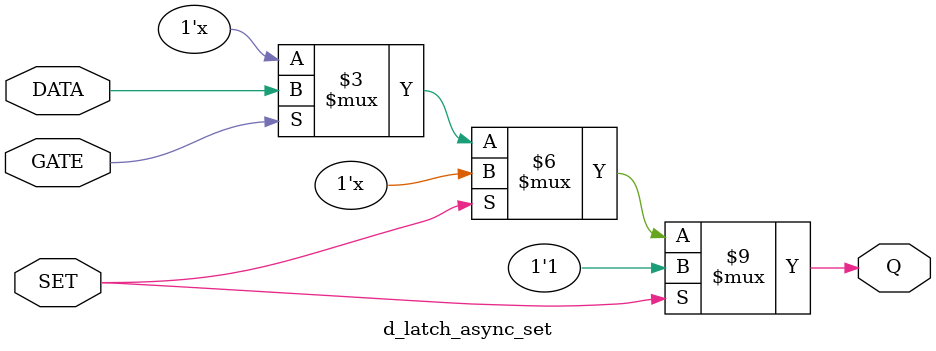
<source format=v>


//--------------------------------------------------------------------------
// Include File
//--------------------------------------------------------------------------

//--------------------------------------------------------------------------
// Module
//--------------------------------------------------------------------------
module d_latch_async_set
//--------------------------------------------------------------------------
// Ports
//--------------------------------------------------------------------------
(
    // inputs
    input wire         GATE,
    input wire         DATA,
    input wire         SET,

    // outputs
    output reg         Q
);

//--------------------------------------------------------------------------
// Design: when you infer a D latch, make sure you can control the gate and
//         data signals from the top-level design ports or through
//         combinational logic
//--------------------------------------------------------------------------
// synopsys async_set_reset "SET"
always @(GATE or DATA) begin
    if (SET)
        Q = 1'b1;
    else if (GATE)
        Q = DATA;
end

endmodule
//--------------------------------------------------------------------------

</source>
